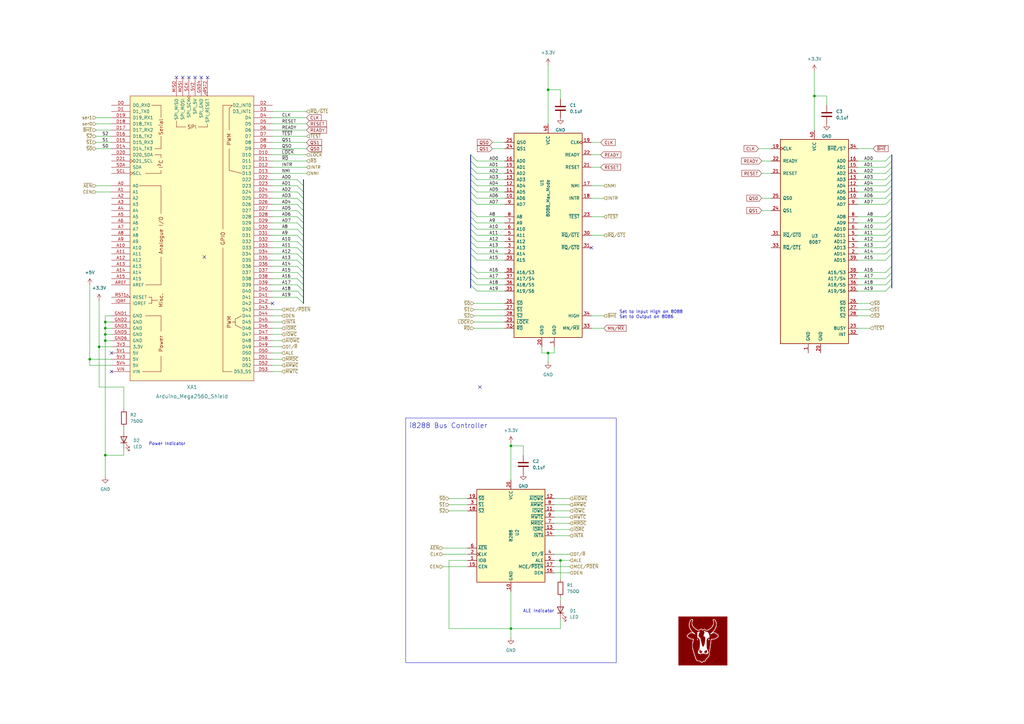
<source format=kicad_sch>
(kicad_sch (version 20250114) (generator "eeschema") (generator_version "9.0")
  (paper "A3")
  (title_block (title "Arduino8088") (date "2024-05-16") (rev "v1.2"))
  (lib_symbols
    (symbol "Arduino_Library:Arduino_Mega2560_Shield" (pin_names (offset 1.016))
      (property "Reference" "XA1" (at 0 -60.96 0))
      (property "Value" "Arduino_Mega2560_Shield" (at 0 -64.77 0))
      (symbol "Arduino_Mega2560_Shield_0_0"
        (text "Serial" (at -12.7 45.72 900) (effects (font (size 1.524 1.524))))
        (text "I²C" (at -12.7 30.48 900) (effects (font (size 1.524 1.524))))
        (text "Analogue I/O" (at -12.7 1.27 900) (effects (font (size 1.524 1.524))))
        (text "Misc." (at -12.7 -25.4 900) (effects (font (size 1.524 1.524))))
        (text "Power" (at -12.7 -43.18 900) (effects (font (size 1.524 1.524))))
        (text "SPI" (at 0 45.72 0) (effects (font (size 1.524 1.524))))
        (text "PWM" (at 15.24 40.64 900) (effects (font (size 1.524 1.524))))
        (text "PWM" (at 15.24 -34.29 900) (effects (font (size 1.524 1.524))))
      )
      (symbol "Arduino_Mega2560_Shield_1_0"
        (text "GPIO" (at 12.7 0 900) (effects (font (size 1.524 1.524))))
      )
      (symbol "Arduino_Mega2560_Shield_1_1"
        (pin bidirectional line (at -33.02 54.61 0) (length 7.62) (name "D0_RX0") (number "D0"))
        (pin bidirectional line (at -33.02 52.07 0) (length 7.62) (name "D1_TX0") (number "D1"))
        (pin bidirectional line (at -33.02 49.53 0) (length 7.62) (name "D19_RX1") (number "D19"))
        (pin bidirectional line (at -33.02 46.99 0) (length 7.62) (name "D18_TX1") (number "D18"))
        (pin bidirectional line (at -33.02 44.45 0) (length 7.62) (name "D17_RX2") (number "D17"))
        (pin bidirectional line (at -33.02 41.91 0) (length 7.62) (name "D16_TX2") (number "D16"))
        (pin bidirectional line (at -33.02 39.37 0) (length 7.62) (name "D15_RX3") (number "D15"))
        (pin bidirectional line (at -33.02 36.83 0) (length 7.62) (name "D14_TX3") (number "D14"))
        (pin bidirectional line (at -33.02 34.29 0) (length 7.62) (name "D20_SDA") (number "D20"))
        (pin bidirectional clock (at -33.02 31.75 0) (length 7.62) (name "D21_SCL") (number "D21"))
        (pin bidirectional line (at -33.02 29.21 0) (length 7.62) (name "SDA") (number "SDA"))
        (pin bidirectional clock (at -33.02 26.67 0) (length 7.62) (name "SCL") (number "SCL"))
        (pin bidirectional line (at -33.02 21.59 0) (length 7.62) (name "A0") (number "A0"))
        (pin bidirectional line (at -33.02 19.05 0) (length 7.62) (name "A1") (number "A1"))
        (pin bidirectional line (at -33.02 16.51 0) (length 7.62) (name "A2") (number "A2"))
        (pin bidirectional line (at -33.02 13.97 0) (length 7.62) (name "A3") (number "A3"))
        (pin bidirectional line (at -33.02 11.43 0) (length 7.62) (name "A4") (number "A4"))
        (pin bidirectional line (at -33.02 8.89 0) (length 7.62) (name "A5") (number "A5"))
        (pin bidirectional line (at -33.02 6.35 0) (length 7.62) (name "A6") (number "A6"))
        (pin bidirectional line (at -33.02 3.81 0) (length 7.62) (name "A7") (number "A7"))
        (pin bidirectional line (at -33.02 1.27 0) (length 7.62) (name "A8") (number "A8"))
        (pin bidirectional line (at -33.02 -1.27 0) (length 7.62) (name "A9") (number "A9"))
        (pin bidirectional line (at -33.02 -3.81 0) (length 7.62) (name "A10") (number "A10"))
        (pin bidirectional line (at -33.02 -6.35 0) (length 7.62) (name "A11") (number "A11"))
        (pin bidirectional line (at -33.02 -8.89 0) (length 7.62) (name "A12") (number "A12"))
        (pin bidirectional line (at -33.02 -11.43 0) (length 7.62) (name "A13") (number "A13"))
        (pin bidirectional line (at -33.02 -13.97 0) (length 7.62) (name "A14") (number "A14"))
        (pin bidirectional line (at -33.02 -16.51 0) (length 7.62) (name "A15") (number "A15"))
        (pin input line (at -33.02 -19.05 0) (length 7.62) (name "AREF") (number "AREF"))
        (pin open_collector input_low (at -33.02 -24.13 0) (length 7.62) (name "RESET") (number "RST1"))
        (pin output line (at -33.02 -26.67 0) (length 7.62) (name "IOREF") (number "IORF"))
        (pin power_in line (at -33.02 -31.75 0) (length 7.62) (name "GND") (number "GND1"))
        (pin power_in line (at -33.02 -34.29 0) (length 7.62) (name "GND") (number "GND2"))
        (pin power_in line (at -33.02 -36.83 0) (length 7.62) (name "GND") (number "GND3"))
        (pin power_in line (at -33.02 -39.37 0) (length 7.62) (name "GND") (number "GND5"))
        (pin power_in line (at -33.02 -41.91 0) (length 7.62) (name "GND") (number "GND6"))
        (pin power_out line (at -33.02 -44.45 0) (length 7.62) (name "3.3V") (number "3V3"))
        (pin power_in line (at -33.02 -46.99 0) (length 7.62) (name "5V") (number "5V1"))
        (pin power_in line (at -33.02 -49.53 0) (length 7.62) (name "5V") (number "5V3"))
        (pin power_in line (at -33.02 -52.07 0) (length 7.62) (name "5V") (number "5V4"))
        (pin power_in line (at -33.02 -54.61 0) (length 7.62) (name "VIN") (number "VIN"))
        (pin input line (at -6.35 66.04 270) (length 7.62) (name "SPI_MISO") (number "MISO"))
        (pin output line (at -3.81 66.04 270) (length 7.62) (name "SPI_MOSI") (number "MOSI"))
        (pin output clock (at -1.27 66.04 270) (length 7.62) (name "SPI_SCK") (number "SCK"))
        (pin power_in line (at 1.27 66.04 270) (length 7.62) (name "SPI_5V") (number "5V2"))
        (pin power_in line (at 3.81 66.04 270) (length 7.62) (name "SPI_GND") (number "GND4"))
        (pin open_collector input_low (at 6.35 66.04 270) (length 7.62) (name "SPI_RESET") (number "RST2"))
        (pin bidirectional line (at 33.02 54.61 180) (length 7.62) (name "D2_INT0") (number "D2"))
        (pin bidirectional line (at 33.02 52.07 180) (length 7.62) (name "D3_INT1") (number "D3"))
        (pin bidirectional line (at 33.02 49.53 180) (length 7.62) (name "D4") (number "D4"))
        (pin bidirectional line (at 33.02 46.99 180) (length 7.62) (name "D5") (number "D5"))
        (pin bidirectional line (at 33.02 44.45 180) (length 7.62) (name "D6") (number "D6"))
        (pin bidirectional line (at 33.02 41.91 180) (length 7.62) (name "D7") (number "D7"))
        (pin bidirectional line (at 33.02 39.37 180) (length 7.62) (name "D8") (number "D8"))
        (pin bidirectional line (at 33.02 36.83 180) (length 7.62) (name "D9") (number "D9"))
        (pin bidirectional line (at 33.02 34.29 180) (length 7.62) (name "D10") (number "D10"))
        (pin bidirectional line (at 33.02 31.75 180) (length 7.62) (name "D11") (number "D11"))
        (pin bidirectional line (at 33.02 29.21 180) (length 7.62) (name "D12") (number "D12"))
        (pin bidirectional line (at 33.02 26.67 180) (length 7.62) (name "D13") (number "D13"))
        (pin bidirectional line (at 33.02 24.13 180) (length 7.62) (name "D22") (number "D22"))
        (pin bidirectional line (at 33.02 21.59 180) (length 7.62) (name "D23") (number "D23"))
        (pin bidirectional line (at 33.02 19.05 180) (length 7.62) (name "D24") (number "D24"))
        (pin bidirectional line (at 33.02 16.51 180) (length 7.62) (name "D25") (number "D25"))
        (pin bidirectional line (at 33.02 13.97 180) (length 7.62) (name "D26") (number "D26"))
        (pin bidirectional line (at 33.02 11.43 180) (length 7.62) (name "D27") (number "D27"))
        (pin bidirectional line (at 33.02 8.89 180) (length 7.62) (name "D28") (number "D28"))
        (pin bidirectional line (at 33.02 6.35 180) (length 7.62) (name "D29") (number "D29"))
        (pin bidirectional line (at 33.02 3.81 180) (length 7.62) (name "D30") (number "D30"))
        (pin bidirectional line (at 33.02 1.27 180) (length 7.62) (name "D31") (number "D31"))
        (pin bidirectional line (at 33.02 -1.27 180) (length 7.62) (name "D32") (number "D32"))
        (pin bidirectional line (at 33.02 -3.81 180) (length 7.62) (name "D33") (number "D33"))
        (pin bidirectional line (at 33.02 -6.35 180) (length 7.62) (name "D34") (number "D34"))
        (pin bidirectional line (at 33.02 -8.89 180) (length 7.62) (name "D35") (number "D35"))
        (pin bidirectional line (at 33.02 -11.43 180) (length 7.62) (name "D36") (number "D36"))
        (pin bidirectional line (at 33.02 -13.97 180) (length 7.62) (name "D37") (number "D37"))
        (pin bidirectional line (at 33.02 -16.51 180) (length 7.62) (name "D38") (number "D38"))
        (pin bidirectional line (at 33.02 -19.05 180) (length 7.62) (name "D39") (number "D39"))
        (pin bidirectional line (at 33.02 -21.59 180) (length 7.62) (name "D40") (number "D40"))
        (pin bidirectional line (at 33.02 -24.13 180) (length 7.62) (name "D41") (number "D41"))
        (pin bidirectional line (at 33.02 -26.67 180) (length 7.62) (name "D42") (number "D42"))
        (pin bidirectional line (at 33.02 -29.21 180) (length 7.62) (name "D43") (number "D43"))
        (pin bidirectional line (at 33.02 -31.75 180) (length 7.62) (name "D44") (number "D44"))
        (pin bidirectional line (at 33.02 -34.29 180) (length 7.62) (name "D45") (number "D45"))
        (pin bidirectional line (at 33.02 -36.83 180) (length 7.62) (name "D46") (number "D46"))
        (pin bidirectional line (at 33.02 -39.37 180) (length 7.62) (name "D47") (number "D47"))
        (pin bidirectional line (at 33.02 -41.91 180) (length 7.62) (name "D48") (number "D48"))
        (pin bidirectional line (at 33.02 -44.45 180) (length 7.62) (name "D49") (number "D49"))
        (pin bidirectional line (at 33.02 -46.99 180) (length 7.62) (name "D50") (number "D50"))
        (pin bidirectional line (at 33.02 -49.53 180) (length 7.62) (name "D51") (number "D51"))
        (pin bidirectional line (at 33.02 -52.07 180) (length 7.62) (name "D52") (number "D52"))
        (pin bidirectional line (at 33.02 -54.61 180) (length 7.62) (name "D53_SS") (number "D53"))
      )
    )
    (symbol "Device:C" (pin_numbers (hide yes)) (pin_names (offset 0.254))
      (property "Reference" "C" (at 0.635 2.54 0))
      (property "Value" "C" (at 0.635 -2.54 0))
      (symbol "C_1_1"
        (pin passive line (at 0 3.81 270) (length 2.794) (name "~") (number "1"))
        (pin passive line (at 0 -3.81 90) (length 2.794) (name "~") (number "2"))
      )
    )
    (symbol "Device:LED" (pin_numbers (hide yes)) (pin_names (offset 1.016) (hide yes))
      (property "Reference" "D" (at 0 2.54 0))
      (property "Value" "LED" (at 0 -2.54 0))
      (symbol "LED_1_1"
        (pin passive line (at -3.81 0 0) (length 2.54) (name "K") (number "1"))
        (pin passive line (at 3.81 0 180) (length 2.54) (name "A") (number "2"))
      )
    )
    (symbol "Device:R" (pin_numbers (hide yes)) (pin_names (offset 0))
      (property "Reference" "R" (at 2.032 0 90))
      (property "Value" "R" (at 0 0 90))
      (symbol "R_1_1"
        (pin passive line (at 0 3.81 270) (length 1.27) (name "~") (number "1"))
        (pin passive line (at 0 -3.81 90) (length 1.27) (name "~") (number "2"))
      )
    )
    (symbol "Interface:8288"
      (property "Reference" "U" (at -13.97 20.32 0))
      (property "Value" "8288" (at 8.89 20.32 0))
      (symbol "8288_1_1"
        (pin input line (at -17.78 15.24 0) (length 3.81) (name "~{S0}") (number "19"))
        (pin input line (at -17.78 12.7 0) (length 3.81) (name "~{S1}") (number "3"))
        (pin input line (at -17.78 10.16 0) (length 3.81) (name "~{S2}") (number "18"))
        (pin input line (at -17.78 -5.08 0) (length 3.81) (name "~{AEN}") (number "6"))
        (pin input clock (at -17.78 -7.62 0) (length 3.81) (name "CLK") (number "2"))
        (pin input line (at -17.78 -10.16 0) (length 3.81) (name "IOB") (number "1"))
        (pin input line (at -17.78 -12.7 0) (length 3.81) (name "CEN") (number "15"))
        (pin power_in line (at 0 22.86 270) (length 3.81) (name "VCC") (number "20"))
        (pin power_in line (at 0 -22.86 90) (length 3.81) (name "GND") (number "10"))
        (pin tri_state line (at 17.78 15.24 180) (length 3.81) (name "~{AIOWC}") (number "12"))
        (pin tri_state line (at 17.78 12.7 180) (length 3.81) (name "~{AMWC}") (number "8"))
        (pin tri_state line (at 17.78 10.16 180) (length 3.81) (name "~{IOWC}") (number "11"))
        (pin tri_state line (at 17.78 7.62 180) (length 3.81) (name "~{MWTC}") (number "9"))
        (pin tri_state line (at 17.78 5.08 180) (length 3.81) (name "~{MRDC}") (number "7"))
        (pin tri_state line (at 17.78 2.54 180) (length 3.81) (name "~{IORC}") (number "13"))
        (pin tri_state line (at 17.78 0 180) (length 3.81) (name "~{INTA}") (number "14"))
        (pin output line (at 17.78 -7.62 180) (length 3.81) (name "DT/~{R}") (number "4"))
        (pin output line (at 17.78 -10.16 180) (length 3.81) (name "ALE") (number "5"))
        (pin output line (at 17.78 -12.7 180) (length 3.81) (name "MCE/~{PDEN}") (number "17"))
        (pin output line (at 17.78 -15.24 180) (length 3.81) (name "DEN") (number "16"))
      )
    )
    (symbol "MCU_Intel:8087" (pin_names (offset 1.016))
      (property "Reference" "U" (at -12.7 43.18 0))
      (property "Value" "8087" (at 10.16 43.18 0))
      (symbol "8087_1_1"
        (pin input clock (at -17.78 38.1 0) (length 3.81) (name "CLK") (number "19"))
        (pin input line (at -17.78 33.02 0) (length 3.81) (name "READY") (number "22"))
        (pin input line (at -17.78 27.94 0) (length 3.81) (name "RESET") (number "21"))
        (pin input line (at -17.78 17.78 0) (length 3.81) (name "QS0") (number "25"))
        (pin input line (at -17.78 12.7 0) (length 3.81) (name "QS1") (number "24"))
        (pin bidirectional line (at -17.78 2.54 0) (length 3.81) (name "~{RQ}/~{GT0}") (number "31"))
        (pin bidirectional line (at -17.78 -2.54 0) (length 3.81) (name "~{RQ}/~{GT1}") (number "33"))
        (pin no_connect line (at -13.97 -30.48 0) (length 3.81) (hide yes) (name "NC") (number "17"))
        (pin no_connect line (at -13.97 -33.02 0) (length 3.81) (hide yes) (name "NC") (number "18"))
        (pin no_connect line (at -13.97 -35.56 0) (length 3.81) (hide yes) (name "NC") (number "29"))
        (pin no_connect line (at -13.97 -38.1 0) (length 3.81) (hide yes) (name "NC") (number "30"))
        (pin power_in line (at -2.54 -45.72 90) (length 3.81) (name "GND") (number "1"))
        (pin power_in line (at 0 45.72 270) (length 3.81) (name "VCC") (number "40"))
        (pin power_in line (at 2.54 -45.72 90) (length 3.81) (name "GND") (number "20"))
        (pin bidirectional line (at 17.78 38.1 180) (length 3.81) (name "~{BHE}/S7") (number "34"))
        (pin bidirectional line (at 17.78 33.02 180) (length 3.81) (name "AD0") (number "16"))
        (pin bidirectional line (at 17.78 30.48 180) (length 3.81) (name "AD1") (number "15"))
        (pin bidirectional line (at 17.78 27.94 180) (length 3.81) (name "AD2") (number "14"))
        (pin bidirectional line (at 17.78 25.4 180) (length 3.81) (name "AD3") (number "13"))
        (pin bidirectional line (at 17.78 22.86 180) (length 3.81) (name "AD4") (number "12"))
        (pin bidirectional line (at 17.78 20.32 180) (length 3.81) (name "AD5") (number "11"))
        (pin bidirectional line (at 17.78 17.78 180) (length 3.81) (name "AD6") (number "10"))
        (pin bidirectional line (at 17.78 15.24 180) (length 3.81) (name "AD7") (number "9"))
        (pin bidirectional line (at 17.78 10.16 180) (length 3.81) (name "AD8") (number "8"))
        (pin bidirectional line (at 17.78 7.62 180) (length 3.81) (name "AD9") (number "7"))
        (pin bidirectional line (at 17.78 5.08 180) (length 3.81) (name "AD10") (number "6"))
        (pin bidirectional line (at 17.78 2.54 180) (length 3.81) (name "AD11") (number "5"))
        (pin bidirectional line (at 17.78 0 180) (length 3.81) (name "AD12") (number "4"))
        (pin bidirectional line (at 17.78 -2.54 180) (length 3.81) (name "AD13") (number "3"))
        (pin bidirectional line (at 17.78 -5.08 180) (length 3.81) (name "AD14") (number "2"))
        (pin bidirectional line (at 17.78 -7.62 180) (length 3.81) (name "AD15") (number "39"))
        (pin bidirectional line (at 17.78 -12.7 180) (length 3.81) (name "A16/S3") (number "38"))
        (pin bidirectional line (at 17.78 -15.24 180) (length 3.81) (name "A17/S4") (number "37"))
        (pin bidirectional line (at 17.78 -17.78 180) (length 3.81) (name "A18/S5") (number "36"))
        (pin bidirectional line (at 17.78 -20.32 180) (length 3.81) (name "A19/S6") (number "35"))
        (pin bidirectional line (at 17.78 -25.4 180) (length 3.81) (name "~{S0}") (number "26"))
        (pin bidirectional line (at 17.78 -27.94 180) (length 3.81) (name "~{S1}") (number "27"))
        (pin bidirectional line (at 17.78 -30.48 180) (length 3.81) (name "~{S2}") (number "28"))
        (pin output line (at 17.78 -35.56 180) (length 3.81) (name "BUSY") (number "23"))
        (pin output line (at 17.78 -38.1 180) (length 3.81) (name "INT") (number "32"))
      )
    )
    (symbol "MCU_Intel:8088_Max_Mode" (pin_names (offset 1.016))
      (property "Reference" "U" (at -12.7 43.18 0))
      (property "Value" "8088_Max_Mode" (at 10.16 43.18 0))
      (symbol "8088_Max_Mode_1_1"
        (pin input clock (at -17.78 38.1 0) (length 3.81) (name "CLK") (number "19"))
        (pin input line (at -17.78 33.02 0) (length 3.81) (name "READY") (number "22"))
        (pin input line (at -17.78 27.94 0) (length 3.81) (name "RESET") (number "21"))
        (pin input line (at -17.78 20.32 0) (length 3.81) (name "NMI") (number "17"))
        (pin input line (at -17.78 15.24 0) (length 3.81) (name "INTR") (number "18"))
        (pin input line (at -17.78 7.62 0) (length 3.81) (name "~{TEST}") (number "23"))
        (pin bidirectional line (at -17.78 0 0) (length 3.81) (name "~{RQ}/~{GT1}") (number "30"))
        (pin bidirectional line (at -17.78 -5.08 0) (length 3.81) (name "~{RQ}/~{GT0}") (number "31"))
        (pin output line (at -17.78 -33.02 0) (length 3.81) (name "HIGH") (number "34"))
        (pin input line (at -17.78 -38.1 0) (length 3.81) (name "MN/~{MX}") (number "33"))
        (pin power_in line (at -2.54 -45.72 90) (length 3.81) (name "GND") (number "1"))
        (pin power_in line (at 0 45.72 270) (length 3.81) (name "VCC") (number "40"))
        (pin power_in line (at 2.54 -45.72 90) (length 3.81) (name "GND") (number "20"))
        (pin output line (at 17.78 38.1 180) (length 3.81) (name "QS0") (number "25"))
        (pin output line (at 17.78 35.56 180) (length 3.81) (name "QS1") (number "24"))
        (pin bidirectional line (at 17.78 30.48 180) (length 3.81) (name "AD0") (number "16"))
        (pin bidirectional line (at 17.78 27.94 180) (length 3.81) (name "AD1") (number "15"))
        (pin bidirectional line (at 17.78 25.4 180) (length 3.81) (name "AD2") (number "14"))
        (pin bidirectional line (at 17.78 22.86 180) (length 3.81) (name "AD3") (number "13"))
        (pin bidirectional line (at 17.78 20.32 180) (length 3.81) (name "AD4") (number "12"))
        (pin bidirectional line (at 17.78 17.78 180) (length 3.81) (name "AD5") (number "11"))
        (pin bidirectional line (at 17.78 15.24 180) (length 3.81) (name "AD6") (number "10"))
        (pin bidirectional line (at 17.78 12.7 180) (length 3.81) (name "AD7") (number "9"))
        (pin output line (at 17.78 7.62 180) (length 3.81) (name "A8") (number "8"))
        (pin output line (at 17.78 5.08 180) (length 3.81) (name "A9") (number "7"))
        (pin output line (at 17.78 2.54 180) (length 3.81) (name "A10") (number "6"))
        (pin output line (at 17.78 0 180) (length 3.81) (name "A11") (number "5"))
        (pin output line (at 17.78 -2.54 180) (length 3.81) (name "A12") (number "4"))
        (pin output line (at 17.78 -5.08 180) (length 3.81) (name "A13") (number "3"))
        (pin output line (at 17.78 -7.62 180) (length 3.81) (name "A14") (number "2"))
        (pin output line (at 17.78 -10.16 180) (length 3.81) (name "A15") (number "39"))
        (pin output line (at 17.78 -15.24 180) (length 3.81) (name "A16/S3") (number "38"))
        (pin output line (at 17.78 -17.78 180) (length 3.81) (name "A17/S4") (number "37"))
        (pin output line (at 17.78 -20.32 180) (length 3.81) (name "A18/S5") (number "36"))
        (pin output line (at 17.78 -22.86 180) (length 3.81) (name "A19/S6") (number "35"))
        (pin output line (at 17.78 -27.94 180) (length 3.81) (name "~{S0}") (number "26"))
        (pin output line (at 17.78 -30.48 180) (length 3.81) (name "~{S1}") (number "27"))
        (pin output line (at 17.78 -33.02 180) (length 3.81) (name "~{S2}") (number "28"))
        (pin output line (at 17.78 -35.56 180) (length 3.81) (name "~{LOCK}") (number "29"))
        (pin output output_low (at 17.78 -38.1 180) (length 3.81) (name "~{RD}") (number "32"))
      )
    )
    (symbol "logo:LOGO" (pin_names (offset 1.016)))
    (symbol "power:+3.3V" (power) (pin_names (offset 0))
      (property "Value" "+3.3V" (at 0 3.556 0))
      (symbol "+3.3V_1_1"
        (pin power_in line (at 0 0 90) (length 0) (hide yes) (name "+3.3V") (number "1"))
      )
    )
    (symbol "power:+5V" (power) (pin_names (offset 0))
      (property "Value" "+5V" (at 0 3.556 0))
      (symbol "+5V_1_1"
        (pin power_in line (at 0 0 90) (length 0) (hide yes) (name "+5V") (number "1"))
      )
    )
    (symbol "power:GND" (power) (pin_names (offset 0))
      (property "Value" "GND" (at 0 -3.81 0))
      (symbol "GND_1_1"
        (pin power_in line (at 0 0 270) (length 0) (hide yes) (name "GND") (number "1"))
      )
    )
  )
  (rectangle (start 166.37 171.45) (end 252.73 271.78))
  (text "Power Indicator" (at 60.96 182.88 0) (effects (font (size 1.27 1.27)) (justify left bottom)))
  (text "Set to Input High on 8088\nSet to Output on 8086" (at 254 130.81 0) (effects (font (size 1.27 1.27)) (justify left bottom)))
  (text "ALE Indicator" (at 227.33 251.46 0) (effects (font (size 1.27 1.27)) (justify right bottom)))
  (text "i8288 Bus Controller" (at 183.896 174.752 0) (effects (font (size 2 2))))
  (junction (at 43.18 132.08))
  (junction (at 43.18 139.7))
  (junction (at 224.79 36.83))
  (junction (at 43.18 186.69))
  (junction (at 334.01 39.37))
  (junction (at 209.55 182.88))
  (junction (at 209.55 257.81))
  (junction (at 224.79 144.78))
  (junction (at 40.64 142.24))
  (junction (at 36.83 147.32))
  (junction (at 43.18 137.16))
  (junction (at 43.18 134.62))
  (junction (at 229.87 229.87))
  (no_connect (at 242.57 101.6))
  (no_connect (at 72.39 31.75))
  (no_connect (at 74.93 31.75))
  (no_connect (at 77.47 31.75))
  (no_connect (at 45.72 144.78))
  (no_connect (at 196.85 158.75))
  (no_connect (at 83.82 105.41))
  (no_connect (at 111.76 124.46))
  (no_connect (at 45.72 152.4))
  (no_connect (at 80.01 31.75))
  (no_connect (at 82.55 31.75))
  (no_connect (at 85.09 31.75))
  (bus_entry (at 365.76 78.74) (size -2.54 2.54))
  (bus_entry (at 365.76 104.14) (size -2.54 2.54))
  (bus_entry (at 365.76 63.5) (size -2.54 2.54))
  (bus_entry (at 365.76 111.76) (size -2.54 2.54))
  (bus_entry (at 365.76 73.66) (size -2.54 2.54))
  (bus_entry (at 365.76 88.9) (size -2.54 2.54))
  (bus_entry (at 124.46 124.46) (size -2.54 -2.54))
  (bus_entry (at 124.46 111.76) (size -2.54 -2.54))
  (bus_entry (at 124.46 114.3) (size -2.54 -2.54))
  (bus_entry (at 124.46 109.22) (size -2.54 -2.54))
  (bus_entry (at 124.46 116.84) (size -2.54 -2.54))
  (bus_entry (at 124.46 121.92) (size -2.54 -2.54))
  (bus_entry (at 124.46 119.38) (size -2.54 -2.54))
  (bus_entry (at 124.46 91.44) (size -2.54 -2.54))
  (bus_entry (at 124.46 93.98) (size -2.54 -2.54))
  (bus_entry (at 124.46 96.52) (size -2.54 -2.54))
  (bus_entry (at 124.46 99.06) (size -2.54 -2.54))
  (bus_entry (at 124.46 76.2) (size -2.54 -2.54))
  (bus_entry (at 124.46 78.74) (size -2.54 -2.54))
  (bus_entry (at 124.46 81.28) (size -2.54 -2.54))
  (bus_entry (at 124.46 83.82) (size -2.54 -2.54))
  (bus_entry (at 124.46 86.36) (size -2.54 -2.54))
  (bus_entry (at 124.46 88.9) (size -2.54 -2.54))
  (bus_entry (at 124.46 101.6) (size -2.54 -2.54))
  (bus_entry (at 124.46 104.14) (size -2.54 -2.54))
  (bus_entry (at 124.46 106.68) (size -2.54 -2.54))
  (bus_entry (at 365.76 101.6) (size -2.54 2.54))
  (bus_entry (at 365.76 91.44) (size -2.54 2.54))
  (bus_entry (at 365.76 99.06) (size -2.54 2.54))
  (bus_entry (at 193.04 63.5) (size 2.54 2.54))
  (bus_entry (at 193.04 66.04) (size 2.54 2.54))
  (bus_entry (at 193.04 68.58) (size 2.54 2.54))
  (bus_entry (at 193.04 71.12) (size 2.54 2.54))
  (bus_entry (at 193.04 73.66) (size 2.54 2.54))
  (bus_entry (at 193.04 76.2) (size 2.54 2.54))
  (bus_entry (at 193.04 78.74) (size 2.54 2.54))
  (bus_entry (at 193.04 81.28) (size 2.54 2.54))
  (bus_entry (at 365.76 86.36) (size -2.54 2.54))
  (bus_entry (at 365.76 76.2) (size -2.54 2.54))
  (bus_entry (at 365.76 114.3) (size -2.54 2.54))
  (bus_entry (at 193.04 86.36) (size 2.54 2.54))
  (bus_entry (at 193.04 88.9) (size 2.54 2.54))
  (bus_entry (at 193.04 91.44) (size 2.54 2.54))
  (bus_entry (at 193.04 93.98) (size 2.54 2.54))
  (bus_entry (at 193.04 96.52) (size 2.54 2.54))
  (bus_entry (at 193.04 99.06) (size 2.54 2.54))
  (bus_entry (at 193.04 101.6) (size 2.54 2.54))
  (bus_entry (at 193.04 104.14) (size 2.54 2.54))
  (bus_entry (at 193.04 116.84) (size 2.54 2.54))
  (bus_entry (at 193.04 109.22) (size 2.54 2.54))
  (bus_entry (at 193.04 111.76) (size 2.54 2.54))
  (bus_entry (at 193.04 114.3) (size 2.54 2.54))
  (bus_entry (at 365.76 68.58) (size -2.54 2.54))
  (bus_entry (at 365.76 96.52) (size -2.54 2.54))
  (bus_entry (at 365.76 93.98) (size -2.54 2.54))
  (bus_entry (at 365.76 109.22) (size -2.54 2.54))
  (bus_entry (at 365.76 71.12) (size -2.54 2.54))
  (bus_entry (at 365.76 81.28) (size -2.54 2.54))
  (bus_entry (at 365.76 116.84) (size -2.54 2.54))
  (bus_entry (at 365.76 66.04) (size -2.54 2.54))
  (wire (pts (xy 222.25 144.78) (xy 224.79 144.78)))
  (wire (pts (xy 363.22 73.66) (xy 351.79 73.66)))
  (wire (pts (xy 363.22 93.98) (xy 351.79 93.98)))
  (wire (pts (xy 227.33 142.24) (xy 227.33 144.78)))
  (wire (pts (xy 227.33 214.63) (xy 233.68 214.63)))
  (wire (pts (xy 111.76 144.78) (xy 115.57 144.78)))
  (wire (pts (xy 40.64 123.19) (xy 40.64 142.24)))
  (bus (pts (xy 193.04 73.66) (xy 193.04 76.2)))
  (bus (pts (xy 365.76 99.06) (xy 365.76 101.6)))
  (wire (pts (xy 50.8 158.75) (xy 50.8 167.64)))
  (wire (pts (xy 111.76 93.98) (xy 121.92 93.98)))
  (bus (pts (xy 365.76 104.14) (xy 365.76 109.22)))
  (bus (pts (xy 124.46 91.44) (xy 124.46 93.98)))
  (wire (pts (xy 224.79 144.78) (xy 224.79 148.59)))
  (wire (pts (xy 39.37 48.26) (xy 45.72 48.26)))
  (bus (pts (xy 124.46 96.52) (xy 124.46 99.06)))
  (wire (pts (xy 111.76 53.34) (xy 125.73 53.34)))
  (wire (pts (xy 111.76 91.44) (xy 121.92 91.44)))
  (wire (pts (xy 40.64 142.24) (xy 45.72 142.24)))
  (wire (pts (xy 224.79 36.83) (xy 224.79 50.8)))
  (bus (pts (xy 365.76 63.5) (xy 365.76 66.04)))
  (bus (pts (xy 124.46 86.36) (xy 124.46 88.9)))
  (bus (pts (xy 365.76 76.2) (xy 365.76 78.74)))
  (wire (pts (xy 209.55 182.88) (xy 214.63 182.88)))
  (wire (pts (xy 222.25 142.24) (xy 222.25 144.78)))
  (wire (pts (xy 181.61 224.79) (xy 191.77 224.79)))
  (bus (pts (xy 365.76 91.44) (xy 365.76 93.98)))
  (wire (pts (xy 195.58 76.2) (xy 207.01 76.2)))
  (wire (pts (xy 194.31 129.54) (xy 207.01 129.54)))
  (wire (pts (xy 111.76 137.16) (xy 115.57 137.16)))
  (wire (pts (xy 111.76 63.5) (xy 125.73 63.5)))
  (wire (pts (xy 111.76 48.26) (xy 125.73 48.26)))
  (wire (pts (xy 227.33 219.71) (xy 233.68 219.71)))
  (wire (pts (xy 209.55 242.57) (xy 209.55 257.81)))
  (wire (pts (xy 111.76 66.04) (xy 125.73 66.04)))
  (wire (pts (xy 43.18 137.16) (xy 45.72 137.16)))
  (wire (pts (xy 195.58 66.04) (xy 207.01 66.04)))
  (wire (pts (xy 229.87 40.64) (xy 229.87 36.83)))
  (wire (pts (xy 224.79 144.78) (xy 227.33 144.78)))
  (wire (pts (xy 111.76 96.52) (xy 121.92 96.52)))
  (wire (pts (xy 111.76 152.4) (xy 115.57 152.4)))
  (wire (pts (xy 43.18 186.69) (xy 43.18 195.58)))
  (bus (pts (xy 193.04 91.44) (xy 193.04 93.98)))
  (bus (pts (xy 124.46 81.28) (xy 124.46 83.82)))
  (wire (pts (xy 36.83 147.32) (xy 36.83 149.86)))
  (wire (pts (xy 363.22 119.38) (xy 351.79 119.38)))
  (bus (pts (xy 193.04 63.5) (xy 193.04 66.04)))
  (wire (pts (xy 229.87 254) (xy 229.87 257.81)))
  (wire (pts (xy 229.87 245.11) (xy 229.87 246.38)))
  (wire (pts (xy 195.58 91.44) (xy 207.01 91.44)))
  (wire (pts (xy 50.8 186.69) (xy 43.18 186.69)))
  (wire (pts (xy 195.58 116.84) (xy 207.01 116.84)))
  (wire (pts (xy 227.33 232.41) (xy 233.68 232.41)))
  (wire (pts (xy 50.8 184.15) (xy 50.8 186.69)))
  (wire (pts (xy 363.22 111.76) (xy 351.79 111.76)))
  (wire (pts (xy 184.15 209.55) (xy 191.77 209.55)))
  (wire (pts (xy 195.58 68.58) (xy 207.01 68.58)))
  (wire (pts (xy 209.55 257.81) (xy 209.55 261.62)))
  (wire (pts (xy 363.22 114.3) (xy 351.79 114.3)))
  (wire (pts (xy 227.33 212.09) (xy 233.68 212.09)))
  (bus (pts (xy 365.76 68.58) (xy 365.76 71.12)))
  (wire (pts (xy 111.76 132.08) (xy 115.57 132.08)))
  (wire (pts (xy 209.55 181.61) (xy 209.55 182.88)))
  (wire (pts (xy 363.22 104.14) (xy 351.79 104.14)))
  (wire (pts (xy 312.42 86.36) (xy 316.23 86.36)))
  (bus (pts (xy 193.04 66.04) (xy 193.04 68.58)))
  (wire (pts (xy 111.76 58.42) (xy 125.73 58.42)))
  (wire (pts (xy 227.33 207.01) (xy 233.68 207.01)))
  (bus (pts (xy 193.04 96.52) (xy 193.04 99.06)))
  (wire (pts (xy 195.58 88.9) (xy 207.01 88.9)))
  (bus (pts (xy 124.46 114.3) (xy 124.46 116.84)))
  (wire (pts (xy 227.33 227.33) (xy 233.68 227.33)))
  (bus (pts (xy 365.76 86.36) (xy 365.76 88.9)))
  (bus (pts (xy 365.76 109.22) (xy 365.76 111.76)))
  (bus (pts (xy 124.46 121.92) (xy 124.46 124.46)))
  (bus (pts (xy 365.76 81.28) (xy 365.76 86.36)))
  (bus (pts (xy 365.76 73.66) (xy 365.76 76.2)))
  (wire (pts (xy 111.76 109.22) (xy 121.92 109.22)))
  (wire (pts (xy 43.18 132.08) (xy 43.18 134.62)))
  (wire (pts (xy 363.22 99.06) (xy 351.79 99.06)))
  (wire (pts (xy 363.22 116.84) (xy 351.79 116.84)))
  (wire (pts (xy 229.87 229.87) (xy 229.87 237.49)))
  (bus (pts (xy 124.46 99.06) (xy 124.46 101.6)))
  (wire (pts (xy 111.76 101.6) (xy 121.92 101.6)))
  (wire (pts (xy 194.31 134.62) (xy 207.01 134.62)))
  (wire (pts (xy 111.76 104.14) (xy 121.92 104.14)))
  (wire (pts (xy 363.22 83.82) (xy 351.79 83.82)))
  (bus (pts (xy 365.76 78.74) (xy 365.76 81.28)))
  (wire (pts (xy 50.8 175.26) (xy 50.8 176.53)))
  (wire (pts (xy 111.76 76.2) (xy 121.92 76.2)))
  (bus (pts (xy 124.46 111.76) (xy 124.46 114.3)))
  (wire (pts (xy 43.18 129.54) (xy 43.18 132.08)))
  (wire (pts (xy 363.22 76.2) (xy 351.79 76.2)))
  (bus (pts (xy 124.46 109.22) (xy 124.46 111.76)))
  (wire (pts (xy 195.58 81.28) (xy 207.01 81.28)))
  (bus (pts (xy 365.76 114.3) (xy 365.76 116.84)))
  (wire (pts (xy 40.64 158.75) (xy 50.8 158.75)))
  (bus (pts (xy 193.04 81.28) (xy 193.04 86.36)))
  (wire (pts (xy 111.76 149.86) (xy 115.57 149.86)))
  (wire (pts (xy 111.76 129.54) (xy 115.57 129.54)))
  (wire (pts (xy 111.76 134.62) (xy 115.57 134.62)))
  (wire (pts (xy 111.76 45.72) (xy 125.73 45.72)))
  (wire (pts (xy 39.37 60.96) (xy 45.72 60.96)))
  (wire (pts (xy 39.37 76.2) (xy 45.72 76.2)))
  (wire (pts (xy 39.37 55.88) (xy 45.72 55.88)))
  (wire (pts (xy 363.22 106.68) (xy 351.79 106.68)))
  (wire (pts (xy 111.76 106.68) (xy 121.92 106.68)))
  (wire (pts (xy 242.57 68.58) (xy 246.38 68.58)))
  (wire (pts (xy 214.63 186.69) (xy 214.63 182.88)))
  (wire (pts (xy 111.76 127) (xy 115.57 127)))
  (bus (pts (xy 365.76 93.98) (xy 365.76 96.52)))
  (wire (pts (xy 36.83 116.84) (xy 36.83 147.32)))
  (bus (pts (xy 124.46 88.9) (xy 124.46 91.44)))
  (wire (pts (xy 229.87 229.87) (xy 233.68 229.87)))
  (wire (pts (xy 351.79 127) (xy 356.87 127)))
  (wire (pts (xy 111.76 71.12) (xy 125.73 71.12)))
  (bus (pts (xy 124.46 119.38) (xy 124.46 121.92)))
  (wire (pts (xy 227.33 204.47) (xy 233.68 204.47)))
  (wire (pts (xy 242.57 58.42) (xy 246.38 58.42)))
  (wire (pts (xy 363.22 88.9) (xy 351.79 88.9)))
  (wire (pts (xy 195.58 71.12) (xy 207.01 71.12)))
  (wire (pts (xy 227.33 229.87) (xy 229.87 229.87)))
  (bus (pts (xy 193.04 88.9) (xy 193.04 91.44)))
  (wire (pts (xy 363.22 66.04) (xy 351.79 66.04)))
  (bus (pts (xy 193.04 93.98) (xy 193.04 96.52)))
  (wire (pts (xy 195.58 106.68) (xy 207.01 106.68)))
  (wire (pts (xy 311.15 60.96) (xy 316.23 60.96)))
  (wire (pts (xy 43.18 137.16) (xy 43.18 139.7)))
  (wire (pts (xy 195.58 73.66) (xy 207.01 73.66)))
  (wire (pts (xy 111.76 119.38) (xy 121.92 119.38)))
  (wire (pts (xy 195.58 99.06) (xy 207.01 99.06)))
  (wire (pts (xy 40.64 142.24) (xy 40.64 158.75)))
  (wire (pts (xy 181.61 232.41) (xy 191.77 232.41)))
  (wire (pts (xy 45.72 147.32) (xy 36.83 147.32)))
  (wire (pts (xy 334.01 39.37) (xy 339.09 39.37)))
  (wire (pts (xy 195.58 96.52) (xy 207.01 96.52)))
  (wire (pts (xy 242.57 96.52) (xy 247.65 96.52)))
  (wire (pts (xy 111.76 139.7) (xy 115.57 139.7)))
  (wire (pts (xy 111.76 121.92) (xy 121.92 121.92)))
  (bus (pts (xy 193.04 109.22) (xy 193.04 111.76)))
  (wire (pts (xy 184.15 257.81) (xy 209.55 257.81)))
  (bus (pts (xy 193.04 68.58) (xy 193.04 71.12)))
  (wire (pts (xy 184.15 229.87) (xy 191.77 229.87)))
  (wire (pts (xy 111.76 147.32) (xy 115.57 147.32)))
  (bus (pts (xy 193.04 111.76) (xy 193.04 114.3)))
  (wire (pts (xy 242.57 129.54) (xy 247.65 129.54)))
  (wire (pts (xy 242.57 81.28) (xy 247.65 81.28)))
  (wire (pts (xy 111.76 55.88) (xy 125.73 55.88)))
  (wire (pts (xy 39.37 50.8) (xy 45.72 50.8)))
  (bus (pts (xy 193.04 78.74) (xy 193.04 81.28)))
  (wire (pts (xy 43.18 139.7) (xy 43.18 186.69)))
  (wire (pts (xy 363.22 96.52) (xy 351.79 96.52)))
  (wire (pts (xy 184.15 229.87) (xy 184.15 257.81)))
  (wire (pts (xy 181.61 227.33) (xy 191.77 227.33)))
  (wire (pts (xy 195.58 111.76) (xy 207.01 111.76)))
  (wire (pts (xy 201.93 60.96) (xy 207.01 60.96)))
  (wire (pts (xy 195.58 104.14) (xy 207.01 104.14)))
  (bus (pts (xy 365.76 111.76) (xy 365.76 114.3)))
  (wire (pts (xy 111.76 81.28) (xy 121.92 81.28)))
  (bus (pts (xy 124.46 73.66) (xy 124.46 76.2)))
  (bus (pts (xy 193.04 104.14) (xy 193.04 109.22)))
  (wire (pts (xy 43.18 139.7) (xy 45.72 139.7)))
  (wire (pts (xy 111.76 68.58) (xy 125.73 68.58)))
  (wire (pts (xy 339.09 43.18) (xy 339.09 39.37)))
  (wire (pts (xy 111.76 60.96) (xy 125.73 60.96)))
  (wire (pts (xy 242.57 76.2) (xy 247.65 76.2)))
  (wire (pts (xy 195.58 101.6) (xy 207.01 101.6)))
  (bus (pts (xy 193.04 86.36) (xy 193.04 88.9)))
  (bus (pts (xy 193.04 101.6) (xy 193.04 104.14)))
  (wire (pts (xy 209.55 182.88) (xy 209.55 196.85)))
  (bus (pts (xy 193.04 76.2) (xy 193.04 78.74)))
  (wire (pts (xy 43.18 132.08) (xy 45.72 132.08)))
  (wire (pts (xy 195.58 93.98) (xy 207.01 93.98)))
  (wire (pts (xy 111.76 88.9) (xy 121.92 88.9)))
  (wire (pts (xy 363.22 81.28) (xy 351.79 81.28)))
  (bus (pts (xy 365.76 71.12) (xy 365.76 73.66)))
  (wire (pts (xy 351.79 124.46) (xy 356.87 124.46)))
  (wire (pts (xy 39.37 58.42) (xy 45.72 58.42)))
  (wire (pts (xy 194.31 132.08) (xy 207.01 132.08)))
  (wire (pts (xy 195.58 83.82) (xy 207.01 83.82)))
  (bus (pts (xy 365.76 101.6) (xy 365.76 104.14)))
  (wire (pts (xy 36.83 149.86) (xy 45.72 149.86)))
  (wire (pts (xy 111.76 142.24) (xy 115.57 142.24)))
  (wire (pts (xy 316.23 71.12) (xy 312.42 71.12)))
  (wire (pts (xy 201.93 58.42) (xy 207.01 58.42)))
  (wire (pts (xy 195.58 114.3) (xy 207.01 114.3)))
  (wire (pts (xy 43.18 134.62) (xy 43.18 137.16)))
  (bus (pts (xy 124.46 106.68) (xy 124.46 109.22)))
  (wire (pts (xy 227.33 209.55) (xy 233.68 209.55)))
  (wire (pts (xy 363.22 78.74) (xy 351.79 78.74)))
  (wire (pts (xy 363.22 68.58) (xy 351.79 68.58)))
  (wire (pts (xy 316.23 66.04) (xy 312.42 66.04)))
  (wire (pts (xy 111.76 50.8) (xy 125.73 50.8)))
  (wire (pts (xy 194.31 124.46) (xy 207.01 124.46)))
  (wire (pts (xy 111.76 99.06) (xy 121.92 99.06)))
  (wire (pts (xy 39.37 78.74) (xy 45.72 78.74)))
  (bus (pts (xy 193.04 116.84) (xy 193.04 118.11)))
  (wire (pts (xy 194.31 127) (xy 207.01 127)))
  (wire (pts (xy 312.42 81.28) (xy 316.23 81.28)))
  (wire (pts (xy 351.79 134.62) (xy 356.87 134.62)))
  (wire (pts (xy 363.22 101.6) (xy 351.79 101.6)))
  (wire (pts (xy 227.33 217.17) (xy 233.68 217.17)))
  (wire (pts (xy 363.22 71.12) (xy 351.79 71.12)))
  (wire (pts (xy 111.76 83.82) (xy 121.92 83.82)))
  (bus (pts (xy 365.76 96.52) (xy 365.76 99.06)))
  (wire (pts (xy 334.01 39.37) (xy 334.01 53.34)))
  (wire (pts (xy 111.76 73.66) (xy 121.92 73.66)))
  (bus (pts (xy 124.46 116.84) (xy 124.46 119.38)))
  (wire (pts (xy 111.76 78.74) (xy 121.92 78.74)))
  (wire (pts (xy 242.57 134.62) (xy 247.65 134.62)))
  (wire (pts (xy 39.37 53.34) (xy 45.72 53.34)))
  (wire (pts (xy 111.76 116.84) (xy 121.92 116.84)))
  (bus (pts (xy 124.46 104.14) (xy 124.46 106.68)))
  (wire (pts (xy 184.15 204.47) (xy 191.77 204.47)))
  (bus (pts (xy 365.76 88.9) (xy 365.76 91.44)))
  (bus (pts (xy 124.46 101.6) (xy 124.46 104.14)))
  (wire (pts (xy 242.57 88.9) (xy 247.65 88.9)))
  (wire (pts (xy 111.76 86.36) (xy 121.92 86.36)))
  (bus (pts (xy 193.04 114.3) (xy 193.04 116.84)))
  (wire (pts (xy 43.18 129.54) (xy 45.72 129.54)))
  (bus (pts (xy 124.46 83.82) (xy 124.46 86.36)))
  (wire (pts (xy 184.15 207.01) (xy 191.77 207.01)))
  (wire (pts (xy 195.58 78.74) (xy 207.01 78.74)))
  (wire (pts (xy 111.76 111.76) (xy 121.92 111.76)))
  (wire (pts (xy 351.79 129.54) (xy 356.87 129.54)))
  (bus (pts (xy 365.76 66.04) (xy 365.76 68.58)))
  (wire (pts (xy 351.79 60.96) (xy 358.14 60.96)))
  (bus (pts (xy 124.46 76.2) (xy 124.46 78.74)))
  (wire (pts (xy 242.57 63.5) (xy 246.38 63.5)))
  (wire (pts (xy 195.58 119.38) (xy 207.01 119.38)))
  (wire (pts (xy 224.79 26.67) (xy 224.79 36.83)))
  (bus (pts (xy 124.46 78.74) (xy 124.46 81.28)))
  (bus (pts (xy 193.04 99.06) (xy 193.04 101.6)))
  (wire (pts (xy 209.55 257.81) (xy 229.87 257.81)))
  (wire (pts (xy 224.79 36.83) (xy 229.87 36.83)))
  (wire (pts (xy 43.18 134.62) (xy 45.72 134.62)))
  (wire (pts (xy 334.01 29.21) (xy 334.01 39.37)))
  (bus (pts (xy 365.76 116.84) (xy 365.76 118.11)))
  (wire (pts (xy 227.33 234.95) (xy 233.68 234.95)))
  (wire (pts (xy 363.22 91.44) (xy 351.79 91.44)))
  (wire (pts (xy 111.76 114.3) (xy 121.92 114.3)))
  (bus (pts (xy 124.46 93.98) (xy 124.46 96.52)))
  (bus (pts (xy 193.04 71.12) (xy 193.04 73.66)))
  (label "RESET" (at 115.57 50.8 0))
  (label "A17" (at 200.66 114.3 0))
  (label "A16" (at 358.14 111.76 180))
  (label "A18" (at 200.66 116.84 0))
  (label "AD0" (at 115.57 73.66 0))
  (label "INTR" (at 115.57 68.58 0))
  (label "AD2" (at 115.57 78.74 0))
  (label "A15" (at 115.57 111.76 0))
  (label "A15" (at 200.66 106.68 0))
  (label "AD7" (at 358.14 83.82 180))
  (label "A19" (at 115.57 121.92 0))
  (label "AD4" (at 200.66 76.2 0))
  (label "READY" (at 115.57 53.34 0))
  (label "A14" (at 200.66 104.14 0))
  (label "CLK" (at 115.57 48.26 0))
  (label "A12" (at 115.57 104.14 0))
  (label "A9" (at 200.66 91.44 0))
  (label "~{TEST}" (at 115.57 55.88 0))
  (label "A11" (at 200.66 96.52 0))
  (label "AD3" (at 200.66 73.66 0))
  (label "A19" (at 200.66 119.38 0))
  (label "AD4" (at 358.14 76.2 180))
  (label "AD4" (at 115.57 83.82 0))
  (label "AD1" (at 115.57 76.2 0))
  (label "A16" (at 115.57 114.3 0))
  (label "AD0" (at 200.66 66.04 0))
  (label "AD5" (at 358.14 78.74 180))
  (label "A13" (at 115.57 106.68 0))
  (label "~{LOCK}" (at 115.57 63.5 0))
  (label "A17" (at 115.57 116.84 0))
  (label "A16" (at 200.66 111.76 0))
  (label "AD6" (at 358.14 81.28 180))
  (label "QS1" (at 115.57 58.42 0))
  (label "A11" (at 358.14 96.52 180))
  (label "A9" (at 115.57 96.52 0))
  (label "A11" (at 115.57 101.6 0))
  (label "A8" (at 115.57 93.98 0))
  (label "A8" (at 200.66 88.9 0))
  (label "AD7" (at 200.66 83.82 0))
  (label "A18" (at 358.14 116.84 180))
  (label "~{RD}" (at 115.57 66.04 0))
  (label "A17" (at 358.14 114.3 180))
  (label "AD3" (at 115.57 81.28 0))
  (label "AD2" (at 358.14 71.12 180))
  (label "A19" (at 358.14 119.38 180))
  (label "NMI" (at 115.57 71.12 0))
  (label "A14" (at 115.57 109.22 0))
  (label "AD1" (at 200.66 68.58 0))
  (label "QSO" (at 115.57 60.96 0))
  (label "AD0" (at 358.14 66.04 180))
  (label "A9" (at 358.14 91.44 180))
  (label "A8" (at 358.14 88.9 180))
  (label "A10" (at 358.14 93.98 180))
  (label "A15" (at 358.14 106.68 180))
  (label "A18" (at 115.57 119.38 0))
  (label "A12" (at 200.66 99.06 0))
  (label "A10" (at 115.57 99.06 0))
  (label "AD3" (at 358.14 73.66 180))
  (label "AD1" (at 358.14 68.58 180))
  (label "AD7" (at 115.57 91.44 0))
  (label "S2" (at 41.91 55.88 0))
  (label "A10" (at 200.66 93.98 0))
  (label "A14" (at 358.14 104.14 180))
  (label "S0" (at 41.91 60.96 0))
  (label "AD5" (at 200.66 78.74 0))
  (label "A13" (at 200.66 101.6 0))
  (label "AD6" (at 200.66 81.28 0))
  (label "AD6" (at 115.57 88.9 0))
  (label "AD5" (at 115.57 86.36 0))
  (label "A13" (at 358.14 101.6 180))
  (label "S1" (at 41.91 58.42 0))
  (label "AD2" (at 200.66 71.12 0))
  (label "A12" (at 358.14 99.06 180))
  (global_label "QS0" (shape input) (at 312.42 81.28 180) (property "Intersheetrefs" "${INTERSHEET_REFS}" (effects (hide yes))))
  (global_label "QS1" (shape input) (at 201.93 60.96 180) (property "Intersheetrefs" "${INTERSHEET_REFS}" (effects (hide yes))))
  (global_label "CLK" (shape input) (at 246.38 58.42 0) (property "Intersheetrefs" "${INTERSHEET_REFS}" (effects (hide yes))))
  (global_label "QS0" (shape input) (at 201.93 58.42 180) (property "Intersheetrefs" "${INTERSHEET_REFS}" (effects (hide yes))))
  (global_label "READY" (shape input) (at 246.38 63.5 0) (property "Intersheetrefs" "${INTERSHEET_REFS}" (effects (hide yes))))
  (global_label "MN{slash}~{MX}" (shape input) (at 247.65 134.62 0) (property "Intersheetrefs" "${INTERSHEET_REFS}" (effects (hide yes))))
  (global_label "CLK" (shape input) (at 311.15 60.96 180) (property "Intersheetrefs" "${INTERSHEET_REFS}" (effects (hide yes))))
  (global_label "RESET" (shape input) (at 125.73 50.8 0) (property "Intersheetrefs" "${INTERSHEET_REFS}" (effects (hide yes))))
  (global_label "QS0" (shape input) (at 125.73 60.96 0) (property "Intersheetrefs" "${INTERSHEET_REFS}" (effects (hide yes))))
  (global_label "~{BHE}" (shape input) (at 358.14 60.96 0) (property "Intersheetrefs" "${INTERSHEET_REFS}" (effects (hide yes))))
  (global_label "QS1" (shape input) (at 125.73 58.42 0) (property "Intersheetrefs" "${INTERSHEET_REFS}" (effects (hide yes))))
  (global_label "QS1" (shape input) (at 312.42 86.36 180) (property "Intersheetrefs" "${INTERSHEET_REFS}" (effects (hide yes))))
  (global_label "RESET" (shape input) (at 246.38 68.58 0) (property "Intersheetrefs" "${INTERSHEET_REFS}" (effects (hide yes))))
  (global_label "READY" (shape input) (at 312.42 66.04 180) (property "Intersheetrefs" "${INTERSHEET_REFS}" (effects (hide yes))))
  (global_label "RESET" (shape input) (at 312.42 71.12 180) (property "Intersheetrefs" "${INTERSHEET_REFS}" (effects (hide yes))))
  (global_label "CLK" (shape input) (at 125.73 48.26 0) (property "Intersheetrefs" "${INTERSHEET_REFS}" (effects (hide yes))))
  (global_label "READY" (shape input) (at 125.73 53.34 0) (property "Intersheetrefs" "${INTERSHEET_REFS}" (effects (hide yes))))
  (hierarchical_label "CLK" (shape input) (at 181.61 227.33 180))
  (hierarchical_label "~{IORC}" (shape input) (at 233.68 217.17 0))
  (hierarchical_label "~{INTA}" (shape input) (at 233.68 219.71 0))
  (hierarchical_label "~{BHE}" (shape input) (at 247.65 129.54 0))
  (hierarchical_label "~{S2}" (shape input) (at 184.15 209.55 180))
  (hierarchical_label "~{LOCK}" (shape input) (at 125.73 63.5 0))
  (hierarchical_label "~{AIOWC}" (shape input) (at 115.57 139.7 0))
  (hierarchical_label "~{IOWC}" (shape input) (at 115.57 137.16 0))
  (hierarchical_label "DEN" (shape input) (at 233.68 234.95 0))
  (hierarchical_label "~{S1}" (shape input) (at 356.87 127 0))
  (hierarchical_label "ser1" (shape input) (at 39.37 48.26 180))
  (hierarchical_label "~{AMWC}" (shape input) (at 233.68 207.01 0))
  (hierarchical_label "~{S1}" (shape input) (at 184.15 207.01 180))
  (hierarchical_label "~{RQ}{slash}~{GT1}" (shape input) (at 125.73 45.72 0))
  (hierarchical_label "~{S0}" (shape input) (at 184.15 204.47 180))
  (hierarchical_label "INTR" (shape input) (at 125.73 68.58 0))
  (hierarchical_label "~{AMWC}" (shape input) (at 115.57 149.86 0))
  (hierarchical_label "~{IOWC}" (shape input) (at 233.68 209.55 0))
  (hierarchical_label "~{TEST}" (shape input) (at 247.65 88.9 0))
  (hierarchical_label "~{AEN}" (shape input) (at 39.37 76.2 180))
  (hierarchical_label "~{S2}" (shape input) (at 356.87 129.54 0))
  (hierarchical_label "~{MRDC}" (shape input) (at 115.57 147.32 0))
  (hierarchical_label "CEN" (shape input) (at 181.61 232.41 180))
  (hierarchical_label "ALE" (shape input) (at 233.68 229.87 0))
  (hierarchical_label "ALE" (shape input) (at 115.57 144.78 0))
  (hierarchical_label "~{S1}" (shape input) (at 39.37 58.42 180))
  (hierarchical_label "NMI" (shape input) (at 247.65 76.2 0))
  (hierarchical_label "~{IORC}" (shape input) (at 115.57 134.62 0))
  (hierarchical_label "DEN" (shape input) (at 115.57 129.54 0))
  (hierarchical_label "~{LOCK}" (shape input) (at 194.31 132.08 180))
  (hierarchical_label "MCE{slash}~{PDEN}" (shape input) (at 115.57 127 0))
  (hierarchical_label "ser0" (shape input) (at 39.37 50.8 180))
  (hierarchical_label "DT{slash}~{R}" (shape input) (at 233.68 227.33 0))
  (hierarchical_label "~{RD}" (shape input) (at 194.31 134.62 180))
  (hierarchical_label "~{S2}" (shape input) (at 39.37 55.88 180))
  (hierarchical_label "~{BHE}" (shape input) (at 39.37 53.34 180))
  (hierarchical_label "~{S0}" (shape input) (at 194.31 124.46 180))
  (hierarchical_label "~{S1}" (shape input) (at 194.31 127 180))
  (hierarchical_label "CEN" (shape input) (at 39.37 78.74 180))
  (hierarchical_label "~{RQ}{slash}~{GT1}" (shape input) (at 247.65 96.52 0))
  (hierarchical_label "~{AIOWC}" (shape input) (at 233.68 204.47 0))
  (hierarchical_label "INTR" (shape input) (at 247.65 81.28 0))
  (hierarchical_label "~{AEN}" (shape input) (at 181.61 224.79 180))
  (hierarchical_label "~{MWTC}" (shape input) (at 233.68 212.09 0))
  (hierarchical_label "~{TEST}" (shape input) (at 125.73 55.88 0))
  (hierarchical_label "~{INTA}" (shape input) (at 115.57 132.08 0))
  (hierarchical_label "~{S2}" (shape input) (at 194.31 129.54 180))
  (hierarchical_label "~{S0}" (shape input) (at 356.87 124.46 0))
  (hierarchical_label "~{S0}" (shape input) (at 39.37 60.96 180))
  (hierarchical_label "DT{slash}~{R}" (shape input) (at 115.57 142.24 0))
  (hierarchical_label "~{RD}" (shape input) (at 125.73 66.04 0))
  (hierarchical_label "~{MWTC}" (shape input) (at 115.57 152.4 0))
  (hierarchical_label "MCE{slash}~{PDEN}" (shape input) (at 233.68 232.41 0))
  (hierarchical_label "NMI" (shape input) (at 125.73 71.12 0))
  (hierarchical_label "~{TEST}" (shape input) (at 356.87 134.62 0))
  (hierarchical_label "~{MRDC}" (shape input) (at 233.68 214.63 0))
  (symbol (lib_id "Device:C") (at 214.63 190.5 0) (unit 1)
    (property "Reference" "C2" (at 218.44 189.2299 0) (effects (justify left)))
    (property "Value" "0.1uf" (at 218.44 191.7699 0) (effects (justify left)))
    (property "Footprint" "Capacitor_SMD:C_0805_2012Metric_Pad1.18x1.45mm_HandSolder" (effects (hide yes)))
  )
  (symbol (lib_id "Arduino_Library:Arduino_Mega2560_Shield") (at 78.74 97.79 0) (unit 1)
    (property "Reference" "XA1" (at 78.74 158.75 0) (effects (font (size 1.524 1.524))))
    (property "Value" "Arduino_Mega2560_Shield" (at 78.74 162.56 0) (effects (font (size 1.524 1.524))))
    (property "Footprint" "Arduino_Library:Arduino_Mega2560_Shield" (effects (hide yes)))
    (property "Datasheet" "https://store.arduino.cc/products/arduino-mega-2560-rev3" (effects (hide yes)))
  )
  (symbol (lib_id "power:GND") (at 209.55 261.62 0) (unit 1)
    (property "Reference" "#PWR0102" (effects (hide yes)))
    (property "Value" "GND" (at 209.55 266.7 0))
  )
  (symbol (lib_id "power:+3.3V") (at 224.79 26.67 0) (unit 1)
    (property "Reference" "#PWR0103" (effects (hide yes)))
    (property "Value" "+3.3V" (at 224.79 21.59 0))
  )
  (symbol (lib_id "power:GND") (at 43.18 195.58 0) (unit 1)
    (property "Reference" "#PWR0101" (effects (hide yes)))
    (property "Value" "GND" (at 43.18 200.66 0))
  )
  (symbol (lib_id "power:+3.3V") (at 209.55 181.61 0) (unit 1)
    (property "Reference" "#PWR01" (effects (hide yes)))
    (property "Value" "+3.3V" (at 209.55 176.53 0))
  )
  (symbol (lib_id "power:+5V") (at 36.83 116.84 0) (unit 1)
    (property "Reference" "#PWR0107" (effects (hide yes)))
    (property "Value" "+5V" (at 36.83 111.76 0))
  )
  (symbol (lib_id "Device:R") (at 229.87 241.3 0) (unit 1)
    (property "Reference" "R1" (at 232.41 240.0299 0) (effects (justify left)))
    (property "Value" "750Ω" (at 232.41 242.5699 0) (effects (justify left)))
    (property "Footprint" "Resistor_SMD:R_0805_2012Metric_Pad1.20x1.40mm_HandSolder" (effects (hide yes)))
  )
  (symbol (lib_id "MCU_Intel:8088_Max_Mode") (at 224.79 96.52 0) (mirror y) (unit 1)
    (property "Reference" "U1" (at 222.25 74.93 90))
    (property "Value" "8088_Max_Mode" (at 224.79 81.28 90))
    (property "Footprint" "Package_DIP:DIP-40_W15.24mm" (effects (hide yes)))
    (property "Datasheet" "http://datasheets.chipdb.org/Intel/x86/808x/datashts/8088/231456-006.pdf" (effects (hide yes)))
  )
  (symbol (lib_id "power:GND") (at 214.63 194.31 0) (unit 1)
    (property "Reference" "#PWR0108" (effects (hide yes)))
    (property "Value" "GND" (at 214.63 199.39 0))
  )
  (symbol (lib_id "Device:C") (at 339.09 46.99 0) (unit 1)
    (property "Reference" "C3" (at 342.9 45.7199 0) (effects (justify left)))
    (property "Value" "0.1uf" (at 342.9 48.2599 0) (effects (justify left)))
    (property "Footprint" "Capacitor_SMD:C_0805_2012Metric_Pad1.18x1.45mm_HandSolder" (effects (hide yes)))
  )
  (symbol (lib_id "power:+3.3V") (at 40.64 123.19 0) (unit 1)
    (property "Reference" "#PWR0105" (effects (hide yes)))
    (property "Value" "+3.3V" (at 40.64 118.11 0))
  )
  (symbol (lib_id "Device:LED") (at 229.87 250.19 90) (unit 1)
    (property "Reference" "D1" (at 233.68 250.5074 90) (effects (justify right)))
    (property "Value" "LED" (at 233.68 253.0474 90) (effects (justify right)))
    (property "Footprint" "LED_SMD:LED_0805_2012Metric_Pad1.15x1.40mm_HandSolder" (effects (hide yes)))
  )
  (symbol (lib_id "MCU_Intel:8087") (at 334.01 99.06 0) (unit 1)
    (property "Reference" "U3" (at 332.74 96.774 0) (effects (justify left)))
    (property "Value" "8087" (at 331.724 99.314 0) (effects (justify left)))
    (property "Footprint" "Package_DIP:DIP-40_W15.24mm" (effects (hide yes)))
    (property "Datasheet" "http://datasheets.chipdb.org/Intel/x86/808x/datashts/8087/205835-007.pdf" (effects (hide yes)))
    (property "Description" "Math Coprocessor for Intel 8086/8088/80186/80188 microprocessors, PDIP-40" (effects (hide yes)))
  )
  (symbol (lib_id "Device:LED") (at 50.8 180.34 90) (unit 1)
    (property "Reference" "D2" (at 54.61 180.6574 90) (effects (justify right)))
    (property "Value" "LED" (at 54.61 183.1974 90) (effects (justify right)))
    (property "Footprint" "LED_SMD:LED_0805_2012Metric_Pad1.15x1.40mm_HandSolder" (effects (hide yes)))
  )
  (symbol (lib_id "logo:LOGO") (at 288.29 262.89 0) (unit 1)
    (property "Reference" "#G1" (effects (hide yes)))
    (property "Value" "LOGO" (effects (hide yes)))
  )
  (symbol (lib_id "power:GND") (at 224.79 148.59 0) (unit 1)
    (property "Reference" "#PWR02" (effects (hide yes)))
    (property "Value" "GND" (at 224.79 153.67 0))
  )
  (symbol (lib_id "Interface:8288") (at 209.55 219.71 0) (unit 1)
    (property "Reference" "U2" (at 212.09 218.44 90))
    (property "Value" "8288" (at 209.55 219.71 90))
    (property "Footprint" "Package_DIP:DIP-20_W7.62mm" (effects (hide yes)))
    (property "Datasheet" "http://www.datasheets360.com/pdf/7208679415653955300" (effects (hide yes)))
  )
  (symbol (lib_id "power:GND") (at 339.09 50.8 0) (unit 1)
    (property "Reference" "#PWR04" (effects (hide yes)))
    (property "Value" "GND" (at 339.09 55.88 0))
  )
  (symbol (lib_id "power:+3.3V") (at 334.01 29.21 0) (unit 1)
    (property "Reference" "#PWR03" (effects (hide yes)))
    (property "Value" "+3.3V" (at 334.01 24.13 0))
  )
  (symbol (lib_id "power:GND") (at 229.87 48.26 0) (unit 1)
    (property "Reference" "#PWR0106" (effects (hide yes)))
    (property "Value" "GND" (at 229.87 53.34 0))
  )
  (symbol (lib_id "Device:C") (at 229.87 44.45 0) (unit 1)
    (property "Reference" "C1" (at 233.68 43.1799 0) (effects (justify left)))
    (property "Value" "0.1uf" (at 233.68 45.7199 0) (effects (justify left)))
    (property "Footprint" "Capacitor_SMD:C_0805_2012Metric_Pad1.18x1.45mm_HandSolder" (effects (hide yes)))
  )
  (symbol (lib_id "Device:R") (at 50.8 171.45 0) (unit 1)
    (property "Reference" "R2" (at 53.34 170.1799 0) (effects (justify left)))
    (property "Value" "750Ω" (at 53.34 172.7199 0) (effects (justify left)))
    (property "Footprint" "Resistor_SMD:R_0805_2012Metric_Pad1.20x1.40mm_HandSolder" (effects (hide yes)))
  )
)
</source>
